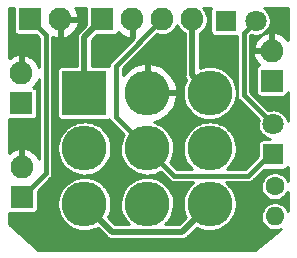
<source format=gtl>
G04 #@! TF.GenerationSoftware,KiCad,Pcbnew,(5.99.0-1105-g741783c6d)*
G04 #@! TF.CreationDate,2020-03-14T19:50:04+02:00*
G04 #@! TF.ProjectId,stomp-breakout,73746f6d-702d-4627-9265-616b6f75742e,rev?*
G04 #@! TF.SameCoordinates,Original*
G04 #@! TF.FileFunction,Copper,L1,Top*
G04 #@! TF.FilePolarity,Positive*
%FSLAX46Y46*%
G04 Gerber Fmt 4.6, Leading zero omitted, Abs format (unit mm)*
G04 Created by KiCad (PCBNEW (5.99.0-1105-g741783c6d)) date 2020-03-14 19:50:04*
%MOMM*%
%LPD*%
G01*
G04 APERTURE LIST*
G04 #@! TA.AperFunction,ComponentPad*
%ADD10C,1.800000*%
G04 #@! TD*
G04 #@! TA.AperFunction,ComponentPad*
%ADD11R,1.800000X1.800000*%
G04 #@! TD*
G04 #@! TA.AperFunction,ComponentPad*
%ADD12O,3.816000X3.816000*%
G04 #@! TD*
G04 #@! TA.AperFunction,ComponentPad*
%ADD13R,3.816000X3.816000*%
G04 #@! TD*
G04 #@! TA.AperFunction,ComponentPad*
%ADD14O,1.930400X1.930400*%
G04 #@! TD*
G04 #@! TA.AperFunction,ComponentPad*
%ADD15R,1.930400X1.930400*%
G04 #@! TD*
G04 #@! TA.AperFunction,ComponentPad*
%ADD16O,1.600000X1.600000*%
G04 #@! TD*
G04 #@! TA.AperFunction,ComponentPad*
%ADD17C,1.600000*%
G04 #@! TD*
G04 #@! TA.AperFunction,Conductor*
%ADD18C,0.508000*%
G04 #@! TD*
G04 #@! TA.AperFunction,Conductor*
%ADD19C,0.381000*%
G04 #@! TD*
G04 #@! TA.AperFunction,Conductor*
%ADD20C,0.254000*%
G04 #@! TD*
G04 APERTURE END LIST*
D10*
X156921200Y-83820000D03*
D11*
X154381200Y-83820000D03*
D12*
X153026400Y-99340400D03*
X153026400Y-94640400D03*
X153026400Y-89940400D03*
X147726400Y-99340400D03*
X147726400Y-94640400D03*
X147726400Y-89940400D03*
X142426400Y-99340400D03*
X142426400Y-94640400D03*
D13*
X142426400Y-89940400D03*
D14*
X137109200Y-96215200D03*
D15*
X137109200Y-98755200D03*
D14*
X140360400Y-83718400D03*
D15*
X137820400Y-83718400D03*
D14*
X151536400Y-83718400D03*
X148996400Y-83718400D03*
X146456400Y-83718400D03*
D15*
X143916400Y-83718400D03*
D16*
X158546800Y-100380800D03*
D17*
X158546800Y-97840800D03*
D10*
X158394400Y-92608400D03*
D11*
X158394400Y-95148400D03*
D15*
X137058400Y-90805000D03*
D14*
X137058400Y-88265000D03*
D15*
X158292800Y-88900000D03*
D14*
X158292800Y-86360000D03*
D18*
X142426400Y-85208400D02*
X143916400Y-83718400D01*
X142426400Y-89940400D02*
X142426400Y-85208400D01*
X151536400Y-88450400D02*
X153026400Y-89940400D01*
X151536400Y-83718400D02*
X151536400Y-88450400D01*
X150664399Y-101702401D02*
X153026400Y-99340400D01*
X144788401Y-101702401D02*
X150664399Y-101702401D01*
X142426400Y-99340400D02*
X144788401Y-101702401D01*
D19*
X150024901Y-96938901D02*
X147726400Y-94640400D01*
X156299099Y-96938901D02*
X150024901Y-96938901D01*
X158394400Y-94843600D02*
X156299099Y-96938901D01*
X155905200Y-84836000D02*
X156921200Y-83820000D01*
X155905200Y-90119200D02*
X155905200Y-84836000D01*
X158394400Y-92608400D02*
X155905200Y-90119200D01*
X145084800Y-87630000D02*
X148996400Y-83718400D01*
X145084800Y-91998800D02*
X145084800Y-87630000D01*
X147726400Y-94640400D02*
X145084800Y-91998800D01*
X139141200Y-85039200D02*
X137820400Y-83718400D01*
X139141200Y-96723200D02*
X139141200Y-85039200D01*
X137109200Y-98755200D02*
X139141200Y-96723200D01*
G36*
X142567437Y-82734690D02*
G01*
X142566224Y-82747010D01*
X142566224Y-84169138D01*
X141996315Y-84739047D01*
X141940256Y-84786086D01*
X141926085Y-84802975D01*
X141889499Y-84866343D01*
X141847517Y-84926299D01*
X141838199Y-84946283D01*
X141833743Y-84962915D01*
X141825135Y-84977824D01*
X141817594Y-84998542D01*
X141804885Y-85070616D01*
X141785945Y-85141303D01*
X141784024Y-85163265D01*
X141790401Y-85236166D01*
X141790400Y-87647424D01*
X140512210Y-87647424D01*
X140499890Y-87648637D01*
X140382542Y-87671979D01*
X140359611Y-87681477D01*
X140254956Y-87751405D01*
X140237405Y-87768956D01*
X140167477Y-87873611D01*
X140157979Y-87896542D01*
X140134637Y-88013890D01*
X140133424Y-88026210D01*
X140133424Y-91854590D01*
X140134637Y-91866910D01*
X140157979Y-91984258D01*
X140167477Y-92007189D01*
X140237405Y-92111844D01*
X140254956Y-92129395D01*
X140359611Y-92199323D01*
X140382542Y-92208821D01*
X140499890Y-92232163D01*
X140512210Y-92233376D01*
X144340590Y-92233376D01*
X144352910Y-92232163D01*
X144470258Y-92208821D01*
X144493189Y-92199323D01*
X144534017Y-92172043D01*
X144536584Y-92186601D01*
X144544124Y-92207316D01*
X144551317Y-92219777D01*
X144555041Y-92233671D01*
X144564357Y-92253650D01*
X144601493Y-92306686D01*
X144633877Y-92362778D01*
X144648049Y-92379668D01*
X144697669Y-92421304D01*
X145754742Y-93478377D01*
X145701888Y-93563622D01*
X145697873Y-93571204D01*
X145574483Y-93848342D01*
X145571535Y-93856399D01*
X145486898Y-94147719D01*
X145485070Y-94156102D01*
X145440754Y-94456212D01*
X145440081Y-94464766D01*
X145436904Y-94768114D01*
X145437398Y-94776680D01*
X145475420Y-95077653D01*
X145477072Y-95086072D01*
X145555589Y-95379101D01*
X145558368Y-95387218D01*
X145675927Y-95666879D01*
X145679782Y-95674544D01*
X145834207Y-95935663D01*
X145839067Y-95942734D01*
X146027501Y-96180479D01*
X146033276Y-96186824D01*
X146252232Y-96396797D01*
X146258814Y-96402301D01*
X146504242Y-96580614D01*
X146511510Y-96585173D01*
X146778866Y-96728528D01*
X146786686Y-96732059D01*
X147071025Y-96837804D01*
X147079251Y-96840241D01*
X147375310Y-96906418D01*
X147383792Y-96907716D01*
X147686092Y-96933101D01*
X147694671Y-96933236D01*
X147997621Y-96917359D01*
X148006139Y-96916328D01*
X148304130Y-96859483D01*
X148312429Y-96857306D01*
X148599950Y-96760544D01*
X148607877Y-96757261D01*
X148879604Y-96622374D01*
X148887011Y-96618046D01*
X148891416Y-96615052D01*
X149602404Y-97326040D01*
X149644033Y-97375652D01*
X149660922Y-97389823D01*
X149717007Y-97422204D01*
X149770050Y-97459344D01*
X149790030Y-97468661D01*
X149803925Y-97472384D01*
X149816382Y-97479576D01*
X149837098Y-97487116D01*
X149900866Y-97498361D01*
X149963422Y-97515123D01*
X149985385Y-97517044D01*
X150049891Y-97511401D01*
X151648912Y-97511401D01*
X151596034Y-97548152D01*
X151589338Y-97553516D01*
X151366033Y-97758857D01*
X151360127Y-97765080D01*
X151166755Y-97998826D01*
X151161748Y-98005794D01*
X151001888Y-98263622D01*
X150997873Y-98271204D01*
X150874483Y-98548342D01*
X150871535Y-98556399D01*
X150786898Y-98847719D01*
X150785070Y-98856102D01*
X150740754Y-99156212D01*
X150740081Y-99164766D01*
X150736904Y-99468114D01*
X150737398Y-99476680D01*
X150775420Y-99777653D01*
X150777072Y-99786072D01*
X150855589Y-100079101D01*
X150858368Y-100087218D01*
X150975927Y-100366879D01*
X150979782Y-100374544D01*
X151021788Y-100445572D01*
X150400960Y-101066401D01*
X149228892Y-101066401D01*
X149370114Y-100939245D01*
X149376085Y-100933083D01*
X149571895Y-100701374D01*
X149576975Y-100694459D01*
X149739526Y-100438319D01*
X149743620Y-100430779D01*
X149869905Y-100154949D01*
X149872937Y-100146923D01*
X149960619Y-99856505D01*
X149962535Y-99848142D01*
X150010043Y-99548186D01*
X150010817Y-99538977D01*
X150014474Y-99189706D01*
X150013894Y-99180484D01*
X149972678Y-98879600D01*
X149970938Y-98871198D01*
X149889357Y-98579008D01*
X149886493Y-98570921D01*
X149766012Y-98292505D01*
X149762077Y-98284881D01*
X149604926Y-98025393D01*
X149599992Y-98018374D01*
X149409079Y-97782615D01*
X149403238Y-97776330D01*
X149182095Y-97568662D01*
X149175455Y-97563228D01*
X148928174Y-97387494D01*
X148920858Y-97383011D01*
X148652014Y-97242463D01*
X148644158Y-97239014D01*
X148358729Y-97136254D01*
X148350477Y-97133903D01*
X148053741Y-97070829D01*
X148045246Y-97069621D01*
X147742697Y-97047403D01*
X147734117Y-97047358D01*
X147431350Y-97066406D01*
X147422843Y-97067526D01*
X147125464Y-97127489D01*
X147117188Y-97129753D01*
X146830697Y-97229519D01*
X146822804Y-97232886D01*
X146552505Y-97370611D01*
X146545143Y-97375017D01*
X146296034Y-97548152D01*
X146289338Y-97553516D01*
X146066033Y-97758857D01*
X146060127Y-97765080D01*
X145866755Y-97998826D01*
X145861748Y-98005794D01*
X145701888Y-98263622D01*
X145697873Y-98271204D01*
X145574483Y-98548342D01*
X145571535Y-98556399D01*
X145486898Y-98847719D01*
X145485070Y-98856102D01*
X145440754Y-99156212D01*
X145440081Y-99164766D01*
X145436904Y-99468114D01*
X145437398Y-99476680D01*
X145475420Y-99777653D01*
X145477072Y-99786072D01*
X145555589Y-100079101D01*
X145558368Y-100087218D01*
X145675927Y-100366879D01*
X145679782Y-100374544D01*
X145834207Y-100635663D01*
X145839067Y-100642734D01*
X146027501Y-100880479D01*
X146033276Y-100886824D01*
X146220536Y-101066401D01*
X145051841Y-101066401D01*
X144433404Y-100447965D01*
X144439526Y-100438319D01*
X144443620Y-100430779D01*
X144569905Y-100154949D01*
X144572937Y-100146923D01*
X144660619Y-99856505D01*
X144662535Y-99848142D01*
X144710043Y-99548186D01*
X144710817Y-99538977D01*
X144714474Y-99189706D01*
X144713894Y-99180484D01*
X144672678Y-98879600D01*
X144670938Y-98871198D01*
X144589357Y-98579008D01*
X144586493Y-98570921D01*
X144466012Y-98292505D01*
X144462077Y-98284881D01*
X144304926Y-98025393D01*
X144299992Y-98018374D01*
X144109079Y-97782615D01*
X144103238Y-97776330D01*
X143882095Y-97568662D01*
X143875455Y-97563228D01*
X143628174Y-97387494D01*
X143620858Y-97383011D01*
X143352014Y-97242463D01*
X143344158Y-97239014D01*
X143058729Y-97136254D01*
X143050477Y-97133903D01*
X142753741Y-97070829D01*
X142745246Y-97069621D01*
X142442697Y-97047403D01*
X142434117Y-97047358D01*
X142131350Y-97066406D01*
X142122843Y-97067526D01*
X141825464Y-97127489D01*
X141817188Y-97129753D01*
X141530697Y-97229519D01*
X141522804Y-97232886D01*
X141252505Y-97370611D01*
X141245143Y-97375017D01*
X140996034Y-97548152D01*
X140989338Y-97553516D01*
X140766033Y-97758857D01*
X140760127Y-97765080D01*
X140566755Y-97998826D01*
X140561748Y-98005794D01*
X140401888Y-98263622D01*
X140397873Y-98271204D01*
X140274483Y-98548342D01*
X140271535Y-98556399D01*
X140186898Y-98847719D01*
X140185070Y-98856102D01*
X140140754Y-99156212D01*
X140140081Y-99164766D01*
X140136904Y-99468114D01*
X140137398Y-99476680D01*
X140175420Y-99777653D01*
X140177072Y-99786072D01*
X140255589Y-100079101D01*
X140258368Y-100087218D01*
X140375927Y-100366879D01*
X140379782Y-100374544D01*
X140534207Y-100635663D01*
X140539067Y-100642734D01*
X140727501Y-100880479D01*
X140733276Y-100886824D01*
X140952232Y-101096797D01*
X140958814Y-101102301D01*
X141204242Y-101280614D01*
X141211510Y-101285173D01*
X141478866Y-101428528D01*
X141486686Y-101432059D01*
X141771025Y-101537804D01*
X141779251Y-101540241D01*
X142075310Y-101606418D01*
X142083792Y-101607716D01*
X142386092Y-101633101D01*
X142394671Y-101633236D01*
X142697621Y-101617359D01*
X142706139Y-101616328D01*
X143004130Y-101559483D01*
X143012429Y-101557306D01*
X143299950Y-101460544D01*
X143307877Y-101457261D01*
X143532378Y-101345817D01*
X144319048Y-102132487D01*
X144366087Y-102188546D01*
X144382976Y-102202717D01*
X144446351Y-102239308D01*
X144506299Y-102281284D01*
X144526282Y-102290602D01*
X144542915Y-102295059D01*
X144557826Y-102303668D01*
X144578544Y-102311208D01*
X144650614Y-102323917D01*
X144721302Y-102342857D01*
X144743265Y-102344778D01*
X144816163Y-102338401D01*
X150636648Y-102338401D01*
X150709534Y-102344777D01*
X150731496Y-102342856D01*
X150802172Y-102323919D01*
X150874256Y-102311209D01*
X150894972Y-102303668D01*
X150909887Y-102295058D01*
X150926519Y-102290601D01*
X150946500Y-102281284D01*
X151006444Y-102239311D01*
X151069824Y-102202717D01*
X151086713Y-102188546D01*
X151133752Y-102132487D01*
X151921885Y-101344355D01*
X152078866Y-101428528D01*
X152086686Y-101432059D01*
X152371025Y-101537804D01*
X152379251Y-101540241D01*
X152675310Y-101606418D01*
X152683792Y-101607716D01*
X152986092Y-101633101D01*
X152994671Y-101633236D01*
X153297621Y-101617359D01*
X153306139Y-101616328D01*
X153604130Y-101559483D01*
X153612429Y-101557306D01*
X153899950Y-101460544D01*
X153907877Y-101457261D01*
X154179604Y-101322374D01*
X154187011Y-101318045D01*
X154437919Y-101147529D01*
X154444670Y-101142235D01*
X154670114Y-100939245D01*
X154676085Y-100933083D01*
X154871895Y-100701374D01*
X154876975Y-100694459D01*
X155039526Y-100438319D01*
X155043620Y-100430779D01*
X155169905Y-100154949D01*
X155172937Y-100146923D01*
X155260619Y-99856505D01*
X155262535Y-99848142D01*
X155310043Y-99548186D01*
X155310817Y-99538977D01*
X155314474Y-99189706D01*
X155313894Y-99180484D01*
X155272678Y-98879600D01*
X155270938Y-98871198D01*
X155189357Y-98579008D01*
X155186493Y-98570921D01*
X155066012Y-98292505D01*
X155062077Y-98284881D01*
X154904926Y-98025393D01*
X154899992Y-98018374D01*
X154709079Y-97782615D01*
X154703238Y-97776330D01*
X154482095Y-97568662D01*
X154475455Y-97563228D01*
X154402528Y-97511401D01*
X156274108Y-97511401D01*
X156338614Y-97517044D01*
X156360578Y-97515123D01*
X156423124Y-97498362D01*
X156486902Y-97487117D01*
X156507620Y-97479576D01*
X156520077Y-97472384D01*
X156533967Y-97468662D01*
X156553949Y-97459344D01*
X156606981Y-97422211D01*
X156663077Y-97389824D01*
X156679967Y-97375652D01*
X156721603Y-97326032D01*
X157614259Y-96433376D01*
X159300590Y-96433376D01*
X159312910Y-96432163D01*
X159430258Y-96408821D01*
X159453189Y-96399323D01*
X159557844Y-96329395D01*
X159575395Y-96311844D01*
X159640001Y-96215154D01*
X159640001Y-97396447D01*
X159596074Y-97289871D01*
X159590287Y-97278989D01*
X159469081Y-97096558D01*
X159461291Y-97087007D01*
X159306959Y-96931593D01*
X159297462Y-96923737D01*
X159115882Y-96801260D01*
X159105041Y-96795398D01*
X158903130Y-96710523D01*
X158891356Y-96706879D01*
X158676805Y-96662837D01*
X158664548Y-96661549D01*
X158445528Y-96660020D01*
X158433254Y-96661137D01*
X158218109Y-96702179D01*
X158206285Y-96705658D01*
X158003210Y-96787706D01*
X157992288Y-96793416D01*
X157809016Y-96913346D01*
X157799411Y-96921069D01*
X157642923Y-97074312D01*
X157635000Y-97083753D01*
X157511258Y-97264474D01*
X157505320Y-97275274D01*
X157419038Y-97476588D01*
X157415312Y-97488335D01*
X157369773Y-97702574D01*
X157368399Y-97714822D01*
X157365341Y-97933826D01*
X157366373Y-97946108D01*
X157405912Y-98161534D01*
X157409309Y-98173381D01*
X157489937Y-98377025D01*
X157495570Y-98387987D01*
X157614218Y-98572092D01*
X157621874Y-98581751D01*
X157774021Y-98739304D01*
X157783407Y-98747292D01*
X157963258Y-98872293D01*
X157974017Y-98878306D01*
X158174723Y-98965992D01*
X158186445Y-98969800D01*
X158400360Y-99016833D01*
X158412598Y-99018292D01*
X158631575Y-99022879D01*
X158643864Y-99021934D01*
X158859561Y-98983901D01*
X158871432Y-98980586D01*
X159075634Y-98901381D01*
X159086635Y-98895824D01*
X159271563Y-98778464D01*
X159281275Y-98770877D01*
X159439888Y-98619833D01*
X159447941Y-98610503D01*
X159574194Y-98431528D01*
X159580281Y-98420812D01*
X159640001Y-98286680D01*
X159640001Y-99936447D01*
X159596074Y-99829871D01*
X159590287Y-99818989D01*
X159469081Y-99636558D01*
X159461291Y-99627007D01*
X159306959Y-99471593D01*
X159297462Y-99463737D01*
X159115882Y-99341260D01*
X159105041Y-99335398D01*
X158903130Y-99250523D01*
X158891356Y-99246879D01*
X158676805Y-99202837D01*
X158664548Y-99201549D01*
X158445528Y-99200020D01*
X158433254Y-99201137D01*
X158218109Y-99242179D01*
X158206285Y-99245658D01*
X158003210Y-99327706D01*
X157992288Y-99333416D01*
X157809016Y-99453346D01*
X157799411Y-99461069D01*
X157642923Y-99614312D01*
X157635000Y-99623753D01*
X157511258Y-99804474D01*
X157505320Y-99815274D01*
X157419038Y-100016588D01*
X157415312Y-100028335D01*
X157369773Y-100242574D01*
X157368399Y-100254822D01*
X157365341Y-100473826D01*
X157366373Y-100486108D01*
X157405912Y-100701534D01*
X157409309Y-100713381D01*
X157489937Y-100917025D01*
X157495570Y-100927987D01*
X157614218Y-101112092D01*
X157621874Y-101121751D01*
X157774021Y-101279304D01*
X157783407Y-101287292D01*
X157963258Y-101412293D01*
X157974017Y-101418306D01*
X158174723Y-101505992D01*
X158186445Y-101509800D01*
X158400360Y-101556833D01*
X158412598Y-101558292D01*
X158631575Y-101562879D01*
X158643864Y-101561934D01*
X158859561Y-101523901D01*
X158871432Y-101520586D01*
X159028284Y-101459747D01*
X156887749Y-103201200D01*
X138523421Y-103201200D01*
X136066800Y-101022688D01*
X136066800Y-100092489D01*
X136125490Y-100104163D01*
X136137810Y-100105376D01*
X138080590Y-100105376D01*
X138092910Y-100104163D01*
X138210258Y-100080821D01*
X138233189Y-100071323D01*
X138337844Y-100001395D01*
X138355395Y-99983844D01*
X138425323Y-99879189D01*
X138434821Y-99856258D01*
X138458163Y-99738910D01*
X138459376Y-99726590D01*
X138459376Y-98214659D01*
X139528346Y-97145690D01*
X139577950Y-97104068D01*
X139592122Y-97087179D01*
X139624503Y-97031094D01*
X139661643Y-96978051D01*
X139670960Y-96958071D01*
X139674683Y-96944176D01*
X139681875Y-96931719D01*
X139689415Y-96911003D01*
X139700660Y-96847235D01*
X139717422Y-96784679D01*
X139719343Y-96762716D01*
X139713700Y-96698210D01*
X139713700Y-94768114D01*
X140136904Y-94768114D01*
X140137398Y-94776680D01*
X140175420Y-95077653D01*
X140177072Y-95086072D01*
X140255589Y-95379101D01*
X140258368Y-95387218D01*
X140375927Y-95666879D01*
X140379782Y-95674544D01*
X140534207Y-95935663D01*
X140539067Y-95942734D01*
X140727501Y-96180479D01*
X140733276Y-96186824D01*
X140952232Y-96396797D01*
X140958814Y-96402301D01*
X141204242Y-96580614D01*
X141211510Y-96585173D01*
X141478866Y-96728528D01*
X141486686Y-96732059D01*
X141771025Y-96837804D01*
X141779251Y-96840241D01*
X142075310Y-96906418D01*
X142083792Y-96907716D01*
X142386092Y-96933101D01*
X142394671Y-96933236D01*
X142697621Y-96917359D01*
X142706139Y-96916328D01*
X143004130Y-96859483D01*
X143012429Y-96857306D01*
X143299950Y-96760544D01*
X143307877Y-96757261D01*
X143579604Y-96622374D01*
X143587011Y-96618045D01*
X143837919Y-96447529D01*
X143844670Y-96442235D01*
X144070114Y-96239245D01*
X144076085Y-96233083D01*
X144271895Y-96001374D01*
X144276975Y-95994459D01*
X144439526Y-95738319D01*
X144443620Y-95730779D01*
X144569905Y-95454949D01*
X144572937Y-95446923D01*
X144660619Y-95156505D01*
X144662535Y-95148142D01*
X144710043Y-94848186D01*
X144710817Y-94838977D01*
X144714474Y-94489706D01*
X144713894Y-94480484D01*
X144672678Y-94179600D01*
X144670938Y-94171198D01*
X144589357Y-93879008D01*
X144586493Y-93870921D01*
X144466012Y-93592505D01*
X144462077Y-93584881D01*
X144304926Y-93325393D01*
X144299992Y-93318374D01*
X144109079Y-93082615D01*
X144103238Y-93076330D01*
X143882095Y-92868662D01*
X143875455Y-92863228D01*
X143628174Y-92687494D01*
X143620858Y-92683011D01*
X143352014Y-92542463D01*
X143344158Y-92539014D01*
X143058729Y-92436254D01*
X143050477Y-92433903D01*
X142753741Y-92370829D01*
X142745246Y-92369621D01*
X142442697Y-92347403D01*
X142434117Y-92347358D01*
X142131350Y-92366406D01*
X142122843Y-92367526D01*
X141825464Y-92427489D01*
X141817188Y-92429753D01*
X141530697Y-92529519D01*
X141522804Y-92532886D01*
X141252505Y-92670611D01*
X141245143Y-92675017D01*
X140996034Y-92848152D01*
X140989338Y-92853516D01*
X140766033Y-93058857D01*
X140760127Y-93065080D01*
X140566755Y-93298826D01*
X140561748Y-93305794D01*
X140401888Y-93563622D01*
X140397873Y-93571204D01*
X140274483Y-93848342D01*
X140271535Y-93856399D01*
X140186898Y-94147719D01*
X140185070Y-94156102D01*
X140140754Y-94456212D01*
X140140081Y-94464766D01*
X140136904Y-94768114D01*
X139713700Y-94768114D01*
X139713700Y-85181917D01*
X139783273Y-85215251D01*
X139792935Y-85218940D01*
X140035498Y-85289412D01*
X140045632Y-85291473D01*
X140147709Y-85303646D01*
X140232400Y-85228454D01*
X140232400Y-83920209D01*
X140488400Y-83920209D01*
X140488400Y-85230701D01*
X140581812Y-85306344D01*
X140816445Y-85256470D01*
X140826350Y-85253499D01*
X141061528Y-85161333D01*
X141070815Y-85156784D01*
X141287782Y-85027446D01*
X141296201Y-85021441D01*
X141489130Y-84858403D01*
X141496455Y-84851103D01*
X141660166Y-84658744D01*
X141666201Y-84650346D01*
X141796295Y-84433831D01*
X141800877Y-84424561D01*
X141893863Y-84189706D01*
X141896870Y-84179811D01*
X141948685Y-83940153D01*
X141873036Y-83846400D01*
X140562209Y-83846400D01*
X140488400Y-83920209D01*
X140232400Y-83920209D01*
X140232400Y-83590400D01*
X141870034Y-83590400D01*
X141945519Y-83501391D01*
X141917574Y-83332596D01*
X141915055Y-83322566D01*
X141833653Y-83083450D01*
X141829530Y-83073966D01*
X141710167Y-82851355D01*
X141704549Y-82842671D01*
X141615316Y-82726800D01*
X142569006Y-82726800D01*
X142567437Y-82734690D01*
G37*
D20*
X142567437Y-82734690D02*
X142566224Y-82747010D01*
X142566224Y-84169138D01*
X141996315Y-84739047D01*
X141940256Y-84786086D01*
X141926085Y-84802975D01*
X141889499Y-84866343D01*
X141847517Y-84926299D01*
X141838199Y-84946283D01*
X141833743Y-84962915D01*
X141825135Y-84977824D01*
X141817594Y-84998542D01*
X141804885Y-85070616D01*
X141785945Y-85141303D01*
X141784024Y-85163265D01*
X141790401Y-85236166D01*
X141790400Y-87647424D01*
X140512210Y-87647424D01*
X140499890Y-87648637D01*
X140382542Y-87671979D01*
X140359611Y-87681477D01*
X140254956Y-87751405D01*
X140237405Y-87768956D01*
X140167477Y-87873611D01*
X140157979Y-87896542D01*
X140134637Y-88013890D01*
X140133424Y-88026210D01*
X140133424Y-91854590D01*
X140134637Y-91866910D01*
X140157979Y-91984258D01*
X140167477Y-92007189D01*
X140237405Y-92111844D01*
X140254956Y-92129395D01*
X140359611Y-92199323D01*
X140382542Y-92208821D01*
X140499890Y-92232163D01*
X140512210Y-92233376D01*
X144340590Y-92233376D01*
X144352910Y-92232163D01*
X144470258Y-92208821D01*
X144493189Y-92199323D01*
X144534017Y-92172043D01*
X144536584Y-92186601D01*
X144544124Y-92207316D01*
X144551317Y-92219777D01*
X144555041Y-92233671D01*
X144564357Y-92253650D01*
X144601493Y-92306686D01*
X144633877Y-92362778D01*
X144648049Y-92379668D01*
X144697669Y-92421304D01*
X145754742Y-93478377D01*
X145701888Y-93563622D01*
X145697873Y-93571204D01*
X145574483Y-93848342D01*
X145571535Y-93856399D01*
X145486898Y-94147719D01*
X145485070Y-94156102D01*
X145440754Y-94456212D01*
X145440081Y-94464766D01*
X145436904Y-94768114D01*
X145437398Y-94776680D01*
X145475420Y-95077653D01*
X145477072Y-95086072D01*
X145555589Y-95379101D01*
X145558368Y-95387218D01*
X145675927Y-95666879D01*
X145679782Y-95674544D01*
X145834207Y-95935663D01*
X145839067Y-95942734D01*
X146027501Y-96180479D01*
X146033276Y-96186824D01*
X146252232Y-96396797D01*
X146258814Y-96402301D01*
X146504242Y-96580614D01*
X146511510Y-96585173D01*
X146778866Y-96728528D01*
X146786686Y-96732059D01*
X147071025Y-96837804D01*
X147079251Y-96840241D01*
X147375310Y-96906418D01*
X147383792Y-96907716D01*
X147686092Y-96933101D01*
X147694671Y-96933236D01*
X147997621Y-96917359D01*
X148006139Y-96916328D01*
X148304130Y-96859483D01*
X148312429Y-96857306D01*
X148599950Y-96760544D01*
X148607877Y-96757261D01*
X148879604Y-96622374D01*
X148887011Y-96618046D01*
X148891416Y-96615052D01*
X149602404Y-97326040D01*
X149644033Y-97375652D01*
X149660922Y-97389823D01*
X149717007Y-97422204D01*
X149770050Y-97459344D01*
X149790030Y-97468661D01*
X149803925Y-97472384D01*
X149816382Y-97479576D01*
X149837098Y-97487116D01*
X149900866Y-97498361D01*
X149963422Y-97515123D01*
X149985385Y-97517044D01*
X150049891Y-97511401D01*
X151648912Y-97511401D01*
X151596034Y-97548152D01*
X151589338Y-97553516D01*
X151366033Y-97758857D01*
X151360127Y-97765080D01*
X151166755Y-97998826D01*
X151161748Y-98005794D01*
X151001888Y-98263622D01*
X150997873Y-98271204D01*
X150874483Y-98548342D01*
X150871535Y-98556399D01*
X150786898Y-98847719D01*
X150785070Y-98856102D01*
X150740754Y-99156212D01*
X150740081Y-99164766D01*
X150736904Y-99468114D01*
X150737398Y-99476680D01*
X150775420Y-99777653D01*
X150777072Y-99786072D01*
X150855589Y-100079101D01*
X150858368Y-100087218D01*
X150975927Y-100366879D01*
X150979782Y-100374544D01*
X151021788Y-100445572D01*
X150400960Y-101066401D01*
X149228892Y-101066401D01*
X149370114Y-100939245D01*
X149376085Y-100933083D01*
X149571895Y-100701374D01*
X149576975Y-100694459D01*
X149739526Y-100438319D01*
X149743620Y-100430779D01*
X149869905Y-100154949D01*
X149872937Y-100146923D01*
X149960619Y-99856505D01*
X149962535Y-99848142D01*
X150010043Y-99548186D01*
X150010817Y-99538977D01*
X150014474Y-99189706D01*
X150013894Y-99180484D01*
X149972678Y-98879600D01*
X149970938Y-98871198D01*
X149889357Y-98579008D01*
X149886493Y-98570921D01*
X149766012Y-98292505D01*
X149762077Y-98284881D01*
X149604926Y-98025393D01*
X149599992Y-98018374D01*
X149409079Y-97782615D01*
X149403238Y-97776330D01*
X149182095Y-97568662D01*
X149175455Y-97563228D01*
X148928174Y-97387494D01*
X148920858Y-97383011D01*
X148652014Y-97242463D01*
X148644158Y-97239014D01*
X148358729Y-97136254D01*
X148350477Y-97133903D01*
X148053741Y-97070829D01*
X148045246Y-97069621D01*
X147742697Y-97047403D01*
X147734117Y-97047358D01*
X147431350Y-97066406D01*
X147422843Y-97067526D01*
X147125464Y-97127489D01*
X147117188Y-97129753D01*
X146830697Y-97229519D01*
X146822804Y-97232886D01*
X146552505Y-97370611D01*
X146545143Y-97375017D01*
X146296034Y-97548152D01*
X146289338Y-97553516D01*
X146066033Y-97758857D01*
X146060127Y-97765080D01*
X145866755Y-97998826D01*
X145861748Y-98005794D01*
X145701888Y-98263622D01*
X145697873Y-98271204D01*
X145574483Y-98548342D01*
X145571535Y-98556399D01*
X145486898Y-98847719D01*
X145485070Y-98856102D01*
X145440754Y-99156212D01*
X145440081Y-99164766D01*
X145436904Y-99468114D01*
X145437398Y-99476680D01*
X145475420Y-99777653D01*
X145477072Y-99786072D01*
X145555589Y-100079101D01*
X145558368Y-100087218D01*
X145675927Y-100366879D01*
X145679782Y-100374544D01*
X145834207Y-100635663D01*
X145839067Y-100642734D01*
X146027501Y-100880479D01*
X146033276Y-100886824D01*
X146220536Y-101066401D01*
X145051841Y-101066401D01*
X144433404Y-100447965D01*
X144439526Y-100438319D01*
X144443620Y-100430779D01*
X144569905Y-100154949D01*
X144572937Y-100146923D01*
X144660619Y-99856505D01*
X144662535Y-99848142D01*
X144710043Y-99548186D01*
X144710817Y-99538977D01*
X144714474Y-99189706D01*
X144713894Y-99180484D01*
X144672678Y-98879600D01*
X144670938Y-98871198D01*
X144589357Y-98579008D01*
X144586493Y-98570921D01*
X144466012Y-98292505D01*
X144462077Y-98284881D01*
X144304926Y-98025393D01*
X144299992Y-98018374D01*
X144109079Y-97782615D01*
X144103238Y-97776330D01*
X143882095Y-97568662D01*
X143875455Y-97563228D01*
X143628174Y-97387494D01*
X143620858Y-97383011D01*
X143352014Y-97242463D01*
X143344158Y-97239014D01*
X143058729Y-97136254D01*
X143050477Y-97133903D01*
X142753741Y-97070829D01*
X142745246Y-97069621D01*
X142442697Y-97047403D01*
X142434117Y-97047358D01*
X142131350Y-97066406D01*
X142122843Y-97067526D01*
X141825464Y-97127489D01*
X141817188Y-97129753D01*
X141530697Y-97229519D01*
X141522804Y-97232886D01*
X141252505Y-97370611D01*
X141245143Y-97375017D01*
X140996034Y-97548152D01*
X140989338Y-97553516D01*
X140766033Y-97758857D01*
X140760127Y-97765080D01*
X140566755Y-97998826D01*
X140561748Y-98005794D01*
X140401888Y-98263622D01*
X140397873Y-98271204D01*
X140274483Y-98548342D01*
X140271535Y-98556399D01*
X140186898Y-98847719D01*
X140185070Y-98856102D01*
X140140754Y-99156212D01*
X140140081Y-99164766D01*
X140136904Y-99468114D01*
X140137398Y-99476680D01*
X140175420Y-99777653D01*
X140177072Y-99786072D01*
X140255589Y-100079101D01*
X140258368Y-100087218D01*
X140375927Y-100366879D01*
X140379782Y-100374544D01*
X140534207Y-100635663D01*
X140539067Y-100642734D01*
X140727501Y-100880479D01*
X140733276Y-100886824D01*
X140952232Y-101096797D01*
X140958814Y-101102301D01*
X141204242Y-101280614D01*
X141211510Y-101285173D01*
X141478866Y-101428528D01*
X141486686Y-101432059D01*
X141771025Y-101537804D01*
X141779251Y-101540241D01*
X142075310Y-101606418D01*
X142083792Y-101607716D01*
X142386092Y-101633101D01*
X142394671Y-101633236D01*
X142697621Y-101617359D01*
X142706139Y-101616328D01*
X143004130Y-101559483D01*
X143012429Y-101557306D01*
X143299950Y-101460544D01*
X143307877Y-101457261D01*
X143532378Y-101345817D01*
X144319048Y-102132487D01*
X144366087Y-102188546D01*
X144382976Y-102202717D01*
X144446351Y-102239308D01*
X144506299Y-102281284D01*
X144526282Y-102290602D01*
X144542915Y-102295059D01*
X144557826Y-102303668D01*
X144578544Y-102311208D01*
X144650614Y-102323917D01*
X144721302Y-102342857D01*
X144743265Y-102344778D01*
X144816163Y-102338401D01*
X150636648Y-102338401D01*
X150709534Y-102344777D01*
X150731496Y-102342856D01*
X150802172Y-102323919D01*
X150874256Y-102311209D01*
X150894972Y-102303668D01*
X150909887Y-102295058D01*
X150926519Y-102290601D01*
X150946500Y-102281284D01*
X151006444Y-102239311D01*
X151069824Y-102202717D01*
X151086713Y-102188546D01*
X151133752Y-102132487D01*
X151921885Y-101344355D01*
X152078866Y-101428528D01*
X152086686Y-101432059D01*
X152371025Y-101537804D01*
X152379251Y-101540241D01*
X152675310Y-101606418D01*
X152683792Y-101607716D01*
X152986092Y-101633101D01*
X152994671Y-101633236D01*
X153297621Y-101617359D01*
X153306139Y-101616328D01*
X153604130Y-101559483D01*
X153612429Y-101557306D01*
X153899950Y-101460544D01*
X153907877Y-101457261D01*
X154179604Y-101322374D01*
X154187011Y-101318045D01*
X154437919Y-101147529D01*
X154444670Y-101142235D01*
X154670114Y-100939245D01*
X154676085Y-100933083D01*
X154871895Y-100701374D01*
X154876975Y-100694459D01*
X155039526Y-100438319D01*
X155043620Y-100430779D01*
X155169905Y-100154949D01*
X155172937Y-100146923D01*
X155260619Y-99856505D01*
X155262535Y-99848142D01*
X155310043Y-99548186D01*
X155310817Y-99538977D01*
X155314474Y-99189706D01*
X155313894Y-99180484D01*
X155272678Y-98879600D01*
X155270938Y-98871198D01*
X155189357Y-98579008D01*
X155186493Y-98570921D01*
X155066012Y-98292505D01*
X155062077Y-98284881D01*
X154904926Y-98025393D01*
X154899992Y-98018374D01*
X154709079Y-97782615D01*
X154703238Y-97776330D01*
X154482095Y-97568662D01*
X154475455Y-97563228D01*
X154402528Y-97511401D01*
X156274108Y-97511401D01*
X156338614Y-97517044D01*
X156360578Y-97515123D01*
X156423124Y-97498362D01*
X156486902Y-97487117D01*
X156507620Y-97479576D01*
X156520077Y-97472384D01*
X156533967Y-97468662D01*
X156553949Y-97459344D01*
X156606981Y-97422211D01*
X156663077Y-97389824D01*
X156679967Y-97375652D01*
X156721603Y-97326032D01*
X157614259Y-96433376D01*
X159300590Y-96433376D01*
X159312910Y-96432163D01*
X159430258Y-96408821D01*
X159453189Y-96399323D01*
X159557844Y-96329395D01*
X159575395Y-96311844D01*
X159640001Y-96215154D01*
X159640001Y-97396447D01*
X159596074Y-97289871D01*
X159590287Y-97278989D01*
X159469081Y-97096558D01*
X159461291Y-97087007D01*
X159306959Y-96931593D01*
X159297462Y-96923737D01*
X159115882Y-96801260D01*
X159105041Y-96795398D01*
X158903130Y-96710523D01*
X158891356Y-96706879D01*
X158676805Y-96662837D01*
X158664548Y-96661549D01*
X158445528Y-96660020D01*
X158433254Y-96661137D01*
X158218109Y-96702179D01*
X158206285Y-96705658D01*
X158003210Y-96787706D01*
X157992288Y-96793416D01*
X157809016Y-96913346D01*
X157799411Y-96921069D01*
X157642923Y-97074312D01*
X157635000Y-97083753D01*
X157511258Y-97264474D01*
X157505320Y-97275274D01*
X157419038Y-97476588D01*
X157415312Y-97488335D01*
X157369773Y-97702574D01*
X157368399Y-97714822D01*
X157365341Y-97933826D01*
X157366373Y-97946108D01*
X157405912Y-98161534D01*
X157409309Y-98173381D01*
X157489937Y-98377025D01*
X157495570Y-98387987D01*
X157614218Y-98572092D01*
X157621874Y-98581751D01*
X157774021Y-98739304D01*
X157783407Y-98747292D01*
X157963258Y-98872293D01*
X157974017Y-98878306D01*
X158174723Y-98965992D01*
X158186445Y-98969800D01*
X158400360Y-99016833D01*
X158412598Y-99018292D01*
X158631575Y-99022879D01*
X158643864Y-99021934D01*
X158859561Y-98983901D01*
X158871432Y-98980586D01*
X159075634Y-98901381D01*
X159086635Y-98895824D01*
X159271563Y-98778464D01*
X159281275Y-98770877D01*
X159439888Y-98619833D01*
X159447941Y-98610503D01*
X159574194Y-98431528D01*
X159580281Y-98420812D01*
X159640001Y-98286680D01*
X159640001Y-99936447D01*
X159596074Y-99829871D01*
X159590287Y-99818989D01*
X159469081Y-99636558D01*
X159461291Y-99627007D01*
X159306959Y-99471593D01*
X159297462Y-99463737D01*
X159115882Y-99341260D01*
X159105041Y-99335398D01*
X158903130Y-99250523D01*
X158891356Y-99246879D01*
X158676805Y-99202837D01*
X158664548Y-99201549D01*
X158445528Y-99200020D01*
X158433254Y-99201137D01*
X158218109Y-99242179D01*
X158206285Y-99245658D01*
X158003210Y-99327706D01*
X157992288Y-99333416D01*
X157809016Y-99453346D01*
X157799411Y-99461069D01*
X157642923Y-99614312D01*
X157635000Y-99623753D01*
X157511258Y-99804474D01*
X157505320Y-99815274D01*
X157419038Y-100016588D01*
X157415312Y-100028335D01*
X157369773Y-100242574D01*
X157368399Y-100254822D01*
X157365341Y-100473826D01*
X157366373Y-100486108D01*
X157405912Y-100701534D01*
X157409309Y-100713381D01*
X157489937Y-100917025D01*
X157495570Y-100927987D01*
X157614218Y-101112092D01*
X157621874Y-101121751D01*
X157774021Y-101279304D01*
X157783407Y-101287292D01*
X157963258Y-101412293D01*
X157974017Y-101418306D01*
X158174723Y-101505992D01*
X158186445Y-101509800D01*
X158400360Y-101556833D01*
X158412598Y-101558292D01*
X158631575Y-101562879D01*
X158643864Y-101561934D01*
X158859561Y-101523901D01*
X158871432Y-101520586D01*
X159028284Y-101459747D01*
X156887749Y-103201200D01*
X138523421Y-103201200D01*
X136066800Y-101022688D01*
X136066800Y-100092489D01*
X136125490Y-100104163D01*
X136137810Y-100105376D01*
X138080590Y-100105376D01*
X138092910Y-100104163D01*
X138210258Y-100080821D01*
X138233189Y-100071323D01*
X138337844Y-100001395D01*
X138355395Y-99983844D01*
X138425323Y-99879189D01*
X138434821Y-99856258D01*
X138458163Y-99738910D01*
X138459376Y-99726590D01*
X138459376Y-98214659D01*
X139528346Y-97145690D01*
X139577950Y-97104068D01*
X139592122Y-97087179D01*
X139624503Y-97031094D01*
X139661643Y-96978051D01*
X139670960Y-96958071D01*
X139674683Y-96944176D01*
X139681875Y-96931719D01*
X139689415Y-96911003D01*
X139700660Y-96847235D01*
X139717422Y-96784679D01*
X139719343Y-96762716D01*
X139713700Y-96698210D01*
X139713700Y-94768114D01*
X140136904Y-94768114D01*
X140137398Y-94776680D01*
X140175420Y-95077653D01*
X140177072Y-95086072D01*
X140255589Y-95379101D01*
X140258368Y-95387218D01*
X140375927Y-95666879D01*
X140379782Y-95674544D01*
X140534207Y-95935663D01*
X140539067Y-95942734D01*
X140727501Y-96180479D01*
X140733276Y-96186824D01*
X140952232Y-96396797D01*
X140958814Y-96402301D01*
X141204242Y-96580614D01*
X141211510Y-96585173D01*
X141478866Y-96728528D01*
X141486686Y-96732059D01*
X141771025Y-96837804D01*
X141779251Y-96840241D01*
X142075310Y-96906418D01*
X142083792Y-96907716D01*
X142386092Y-96933101D01*
X142394671Y-96933236D01*
X142697621Y-96917359D01*
X142706139Y-96916328D01*
X143004130Y-96859483D01*
X143012429Y-96857306D01*
X143299950Y-96760544D01*
X143307877Y-96757261D01*
X143579604Y-96622374D01*
X143587011Y-96618045D01*
X143837919Y-96447529D01*
X143844670Y-96442235D01*
X144070114Y-96239245D01*
X144076085Y-96233083D01*
X144271895Y-96001374D01*
X144276975Y-95994459D01*
X144439526Y-95738319D01*
X144443620Y-95730779D01*
X144569905Y-95454949D01*
X144572937Y-95446923D01*
X144660619Y-95156505D01*
X144662535Y-95148142D01*
X144710043Y-94848186D01*
X144710817Y-94838977D01*
X144714474Y-94489706D01*
X144713894Y-94480484D01*
X144672678Y-94179600D01*
X144670938Y-94171198D01*
X144589357Y-93879008D01*
X144586493Y-93870921D01*
X144466012Y-93592505D01*
X144462077Y-93584881D01*
X144304926Y-93325393D01*
X144299992Y-93318374D01*
X144109079Y-93082615D01*
X144103238Y-93076330D01*
X143882095Y-92868662D01*
X143875455Y-92863228D01*
X143628174Y-92687494D01*
X143620858Y-92683011D01*
X143352014Y-92542463D01*
X143344158Y-92539014D01*
X143058729Y-92436254D01*
X143050477Y-92433903D01*
X142753741Y-92370829D01*
X142745246Y-92369621D01*
X142442697Y-92347403D01*
X142434117Y-92347358D01*
X142131350Y-92366406D01*
X142122843Y-92367526D01*
X141825464Y-92427489D01*
X141817188Y-92429753D01*
X141530697Y-92529519D01*
X141522804Y-92532886D01*
X141252505Y-92670611D01*
X141245143Y-92675017D01*
X140996034Y-92848152D01*
X140989338Y-92853516D01*
X140766033Y-93058857D01*
X140760127Y-93065080D01*
X140566755Y-93298826D01*
X140561748Y-93305794D01*
X140401888Y-93563622D01*
X140397873Y-93571204D01*
X140274483Y-93848342D01*
X140271535Y-93856399D01*
X140186898Y-94147719D01*
X140185070Y-94156102D01*
X140140754Y-94456212D01*
X140140081Y-94464766D01*
X140136904Y-94768114D01*
X139713700Y-94768114D01*
X139713700Y-85181917D01*
X139783273Y-85215251D01*
X139792935Y-85218940D01*
X140035498Y-85289412D01*
X140045632Y-85291473D01*
X140147709Y-85303646D01*
X140232400Y-85228454D01*
X140232400Y-83920209D01*
X140488400Y-83920209D01*
X140488400Y-85230701D01*
X140581812Y-85306344D01*
X140816445Y-85256470D01*
X140826350Y-85253499D01*
X141061528Y-85161333D01*
X141070815Y-85156784D01*
X141287782Y-85027446D01*
X141296201Y-85021441D01*
X141489130Y-84858403D01*
X141496455Y-84851103D01*
X141660166Y-84658744D01*
X141666201Y-84650346D01*
X141796295Y-84433831D01*
X141800877Y-84424561D01*
X141893863Y-84189706D01*
X141896870Y-84179811D01*
X141948685Y-83940153D01*
X141873036Y-83846400D01*
X140562209Y-83846400D01*
X140488400Y-83920209D01*
X140232400Y-83920209D01*
X140232400Y-83590400D01*
X141870034Y-83590400D01*
X141945519Y-83501391D01*
X141917574Y-83332596D01*
X141915055Y-83322566D01*
X141833653Y-83083450D01*
X141829530Y-83073966D01*
X141710167Y-82851355D01*
X141704549Y-82842671D01*
X141615316Y-82726800D01*
X142569006Y-82726800D01*
X142567437Y-82734690D01*
G36*
X153130277Y-82761211D02*
G01*
X153120779Y-82784142D01*
X153097437Y-82901490D01*
X153096224Y-82913810D01*
X153096224Y-84726190D01*
X153097437Y-84738510D01*
X153120779Y-84855858D01*
X153130277Y-84878789D01*
X153200205Y-84983444D01*
X153217756Y-85000995D01*
X153322411Y-85070923D01*
X153345342Y-85080421D01*
X153462690Y-85103763D01*
X153475010Y-85104976D01*
X155287390Y-85104976D01*
X155299710Y-85103763D01*
X155332701Y-85097201D01*
X155332700Y-90094209D01*
X155327057Y-90158715D01*
X155328978Y-90180678D01*
X155345739Y-90243233D01*
X155356984Y-90307001D01*
X155364524Y-90327716D01*
X155371717Y-90340177D01*
X155375441Y-90354071D01*
X155384757Y-90374050D01*
X155421893Y-90427086D01*
X155454277Y-90483178D01*
X155468449Y-90500068D01*
X155518069Y-90541704D01*
X157177531Y-92201167D01*
X157168967Y-92221844D01*
X157165540Y-92232878D01*
X157119042Y-92451635D01*
X157117684Y-92463108D01*
X157111830Y-92686674D01*
X157112586Y-92698203D01*
X157147572Y-92919095D01*
X157150416Y-92930292D01*
X157225069Y-93141108D01*
X157229906Y-93151600D01*
X157341728Y-93345281D01*
X157348396Y-93354716D01*
X157493642Y-93524776D01*
X157501917Y-93532838D01*
X157675721Y-93673582D01*
X157685327Y-93680000D01*
X157881869Y-93786714D01*
X157892484Y-93791275D01*
X158105182Y-93860384D01*
X158116451Y-93862934D01*
X158120173Y-93863424D01*
X157488210Y-93863424D01*
X157475890Y-93864637D01*
X157358542Y-93887979D01*
X157335611Y-93897477D01*
X157230956Y-93967405D01*
X157213405Y-93984956D01*
X157143477Y-94089611D01*
X157133979Y-94112542D01*
X157110637Y-94229890D01*
X157109424Y-94242210D01*
X157109424Y-95318940D01*
X156061964Y-96366401D01*
X154528892Y-96366401D01*
X154670114Y-96239245D01*
X154676085Y-96233083D01*
X154871895Y-96001374D01*
X154876975Y-95994459D01*
X155039526Y-95738319D01*
X155043620Y-95730779D01*
X155169905Y-95454949D01*
X155172937Y-95446923D01*
X155260619Y-95156505D01*
X155262535Y-95148142D01*
X155310043Y-94848186D01*
X155310817Y-94838977D01*
X155314474Y-94489706D01*
X155313894Y-94480484D01*
X155272678Y-94179600D01*
X155270938Y-94171198D01*
X155189357Y-93879008D01*
X155186493Y-93870921D01*
X155066012Y-93592505D01*
X155062077Y-93584881D01*
X154904926Y-93325393D01*
X154899992Y-93318374D01*
X154709079Y-93082615D01*
X154703238Y-93076330D01*
X154482095Y-92868662D01*
X154475455Y-92863228D01*
X154228174Y-92687494D01*
X154220858Y-92683011D01*
X153952014Y-92542463D01*
X153944158Y-92539014D01*
X153658729Y-92436254D01*
X153650477Y-92433903D01*
X153353741Y-92370829D01*
X153345246Y-92369621D01*
X153042697Y-92347403D01*
X153034117Y-92347358D01*
X152731350Y-92366406D01*
X152722843Y-92367526D01*
X152425464Y-92427489D01*
X152417188Y-92429753D01*
X152130697Y-92529519D01*
X152122804Y-92532886D01*
X151852505Y-92670611D01*
X151845143Y-92675017D01*
X151596034Y-92848152D01*
X151589338Y-92853516D01*
X151366033Y-93058857D01*
X151360127Y-93065080D01*
X151166755Y-93298826D01*
X151161748Y-93305794D01*
X151001888Y-93563622D01*
X150997873Y-93571204D01*
X150874483Y-93848342D01*
X150871535Y-93856399D01*
X150786898Y-94147719D01*
X150785070Y-94156102D01*
X150740754Y-94456212D01*
X150740081Y-94464766D01*
X150736904Y-94768114D01*
X150737398Y-94776680D01*
X150775420Y-95077653D01*
X150777072Y-95086072D01*
X150855589Y-95379101D01*
X150858368Y-95387218D01*
X150975927Y-95666879D01*
X150979782Y-95674544D01*
X151134207Y-95935663D01*
X151139067Y-95942734D01*
X151327501Y-96180479D01*
X151333276Y-96186824D01*
X151520536Y-96366401D01*
X150262038Y-96366401D01*
X149698539Y-95802903D01*
X149739526Y-95738319D01*
X149743620Y-95730779D01*
X149869905Y-95454949D01*
X149872937Y-95446923D01*
X149960619Y-95156505D01*
X149962535Y-95148142D01*
X150010043Y-94848186D01*
X150010817Y-94838977D01*
X150014474Y-94489706D01*
X150013894Y-94480484D01*
X149972678Y-94179600D01*
X149970938Y-94171198D01*
X149889357Y-93879008D01*
X149886493Y-93870921D01*
X149766012Y-93592505D01*
X149762077Y-93584881D01*
X149604926Y-93325393D01*
X149599992Y-93318374D01*
X149409079Y-93082615D01*
X149403238Y-93076330D01*
X149182095Y-92868662D01*
X149175455Y-92863228D01*
X148928174Y-92687494D01*
X148920858Y-92683011D01*
X148652014Y-92542463D01*
X148644158Y-92539014D01*
X148358729Y-92436254D01*
X148350477Y-92433903D01*
X148289116Y-92420860D01*
X148524430Y-92359127D01*
X148532051Y-92356599D01*
X148825296Y-92238120D01*
X148832534Y-92234645D01*
X149108348Y-92079866D01*
X149115086Y-92075499D01*
X149368997Y-91886927D01*
X149375125Y-91881739D01*
X149603017Y-91662434D01*
X149608437Y-91656509D01*
X149806616Y-91410024D01*
X149811239Y-91403459D01*
X149976491Y-91133789D01*
X149980242Y-91126690D01*
X150109891Y-90838211D01*
X150112709Y-90830692D01*
X150204652Y-90528075D01*
X150206492Y-90520260D01*
X150267807Y-90157745D01*
X150192305Y-90068400D01*
X147928208Y-90068399D01*
X147928207Y-90068400D01*
X147598400Y-90068399D01*
X147598400Y-89738591D01*
X147854399Y-89738591D01*
X147928208Y-89812400D01*
X150186626Y-89812401D01*
X150261885Y-89726886D01*
X150227765Y-89460538D01*
X150226239Y-89452654D01*
X150146516Y-89146593D01*
X150144002Y-89138968D01*
X150026035Y-88845516D01*
X150022572Y-88838271D01*
X149868275Y-88562188D01*
X149863919Y-88555442D01*
X149675791Y-88301203D01*
X149670613Y-88295066D01*
X149451706Y-88066791D01*
X149445791Y-88061361D01*
X149199652Y-87862752D01*
X149193095Y-87858118D01*
X148923716Y-87692395D01*
X148916623Y-87688631D01*
X148628369Y-87558479D01*
X148620855Y-87555647D01*
X148318399Y-87463178D01*
X148310587Y-87461324D01*
X147998842Y-87408036D01*
X147990874Y-87407191D01*
X147932003Y-87404708D01*
X147854400Y-87479108D01*
X147854399Y-89738591D01*
X147598400Y-89738591D01*
X147598401Y-87481873D01*
X147516812Y-87406979D01*
X147351705Y-87421134D01*
X147343765Y-87422328D01*
X147034633Y-87489165D01*
X147026909Y-87491358D01*
X146728775Y-87596933D01*
X146721392Y-87600090D01*
X146439090Y-87742691D01*
X146432168Y-87746761D01*
X146170273Y-87924076D01*
X146163924Y-87928992D01*
X145926683Y-88138148D01*
X145921011Y-88143831D01*
X145712268Y-88381437D01*
X145707363Y-88387794D01*
X145657300Y-88462016D01*
X145657300Y-87867135D01*
X148536606Y-84987830D01*
X148537686Y-84988225D01*
X148758746Y-85047458D01*
X148769802Y-85049388D01*
X148997857Y-85068538D01*
X149009080Y-85068479D01*
X149236923Y-85046942D01*
X149247958Y-85044896D01*
X149468387Y-84983351D01*
X149478885Y-84979384D01*
X149684931Y-84879778D01*
X149694561Y-84874014D01*
X149879712Y-84739495D01*
X149888169Y-84732117D01*
X150046572Y-84566936D01*
X150053589Y-84558177D01*
X150180237Y-84367557D01*
X150185593Y-84357693D01*
X150265857Y-84172213D01*
X150353968Y-84370111D01*
X150359426Y-84379917D01*
X150488063Y-84569202D01*
X150495171Y-84577888D01*
X150655296Y-84741400D01*
X150663829Y-84748688D01*
X150850378Y-84881263D01*
X150860068Y-84886925D01*
X150900400Y-84905904D01*
X150900401Y-88422637D01*
X150894024Y-88495535D01*
X150895945Y-88517497D01*
X150914885Y-88588184D01*
X150927594Y-88660258D01*
X150935135Y-88680976D01*
X150943743Y-88695885D01*
X150948199Y-88712517D01*
X150957517Y-88732501D01*
X150999499Y-88792457D01*
X151021927Y-88831302D01*
X151001888Y-88863622D01*
X150997873Y-88871204D01*
X150874483Y-89148342D01*
X150871535Y-89156399D01*
X150786898Y-89447719D01*
X150785070Y-89456102D01*
X150740754Y-89756212D01*
X150740081Y-89764766D01*
X150736904Y-90068114D01*
X150737398Y-90076680D01*
X150775420Y-90377653D01*
X150777072Y-90386072D01*
X150855589Y-90679101D01*
X150858368Y-90687218D01*
X150975927Y-90966879D01*
X150979782Y-90974544D01*
X151134207Y-91235663D01*
X151139067Y-91242734D01*
X151327501Y-91480479D01*
X151333276Y-91486824D01*
X151552232Y-91696797D01*
X151558814Y-91702301D01*
X151804242Y-91880614D01*
X151811510Y-91885173D01*
X152078866Y-92028528D01*
X152086686Y-92032059D01*
X152371025Y-92137804D01*
X152379251Y-92140241D01*
X152675310Y-92206418D01*
X152683792Y-92207716D01*
X152986092Y-92233101D01*
X152994671Y-92233236D01*
X153297621Y-92217359D01*
X153306139Y-92216328D01*
X153604130Y-92159483D01*
X153612429Y-92157306D01*
X153899950Y-92060544D01*
X153907877Y-92057261D01*
X154179604Y-91922374D01*
X154187011Y-91918045D01*
X154437919Y-91747529D01*
X154444670Y-91742235D01*
X154670114Y-91539245D01*
X154676085Y-91533083D01*
X154871895Y-91301374D01*
X154876975Y-91294459D01*
X155039526Y-91038319D01*
X155043620Y-91030779D01*
X155169905Y-90754949D01*
X155172937Y-90746923D01*
X155260619Y-90456505D01*
X155262535Y-90448142D01*
X155310043Y-90148186D01*
X155310817Y-90138977D01*
X155314474Y-89789706D01*
X155313894Y-89780484D01*
X155272678Y-89479600D01*
X155270938Y-89471198D01*
X155189357Y-89179008D01*
X155186493Y-89170921D01*
X155066012Y-88892505D01*
X155062077Y-88884881D01*
X154904926Y-88625393D01*
X154899992Y-88618374D01*
X154709079Y-88382615D01*
X154703238Y-88376330D01*
X154482095Y-88168662D01*
X154475455Y-88163228D01*
X154228174Y-87987494D01*
X154220858Y-87983011D01*
X153952014Y-87842463D01*
X153944158Y-87839014D01*
X153658729Y-87736254D01*
X153650477Y-87733903D01*
X153353741Y-87670829D01*
X153345246Y-87669621D01*
X153042697Y-87647403D01*
X153034117Y-87647358D01*
X152731350Y-87666406D01*
X152722843Y-87667526D01*
X152425464Y-87727489D01*
X152417188Y-87729753D01*
X152172400Y-87814997D01*
X152172400Y-84905172D01*
X152224931Y-84879778D01*
X152234561Y-84874014D01*
X152419712Y-84739495D01*
X152428169Y-84732117D01*
X152586572Y-84566936D01*
X152593589Y-84558177D01*
X152720237Y-84367557D01*
X152725593Y-84357693D01*
X152816483Y-84147658D01*
X152820007Y-84137003D01*
X152872456Y-83913386D01*
X152874103Y-83900615D01*
X152881806Y-83606444D01*
X152880830Y-83593606D01*
X152840156Y-83367550D01*
X152837194Y-83356725D01*
X152757420Y-83142220D01*
X152752589Y-83132091D01*
X152636090Y-82935102D01*
X152629541Y-82925988D01*
X152480001Y-82752743D01*
X152471941Y-82744933D01*
X152449548Y-82726800D01*
X153153270Y-82726800D01*
X153130277Y-82761211D01*
G37*
X153130277Y-82761211D02*
X153120779Y-82784142D01*
X153097437Y-82901490D01*
X153096224Y-82913810D01*
X153096224Y-84726190D01*
X153097437Y-84738510D01*
X153120779Y-84855858D01*
X153130277Y-84878789D01*
X153200205Y-84983444D01*
X153217756Y-85000995D01*
X153322411Y-85070923D01*
X153345342Y-85080421D01*
X153462690Y-85103763D01*
X153475010Y-85104976D01*
X155287390Y-85104976D01*
X155299710Y-85103763D01*
X155332701Y-85097201D01*
X155332700Y-90094209D01*
X155327057Y-90158715D01*
X155328978Y-90180678D01*
X155345739Y-90243233D01*
X155356984Y-90307001D01*
X155364524Y-90327716D01*
X155371717Y-90340177D01*
X155375441Y-90354071D01*
X155384757Y-90374050D01*
X155421893Y-90427086D01*
X155454277Y-90483178D01*
X155468449Y-90500068D01*
X155518069Y-90541704D01*
X157177531Y-92201167D01*
X157168967Y-92221844D01*
X157165540Y-92232878D01*
X157119042Y-92451635D01*
X157117684Y-92463108D01*
X157111830Y-92686674D01*
X157112586Y-92698203D01*
X157147572Y-92919095D01*
X157150416Y-92930292D01*
X157225069Y-93141108D01*
X157229906Y-93151600D01*
X157341728Y-93345281D01*
X157348396Y-93354716D01*
X157493642Y-93524776D01*
X157501917Y-93532838D01*
X157675721Y-93673582D01*
X157685327Y-93680000D01*
X157881869Y-93786714D01*
X157892484Y-93791275D01*
X158105182Y-93860384D01*
X158116451Y-93862934D01*
X158120173Y-93863424D01*
X157488210Y-93863424D01*
X157475890Y-93864637D01*
X157358542Y-93887979D01*
X157335611Y-93897477D01*
X157230956Y-93967405D01*
X157213405Y-93984956D01*
X157143477Y-94089611D01*
X157133979Y-94112542D01*
X157110637Y-94229890D01*
X157109424Y-94242210D01*
X157109424Y-95318940D01*
X156061964Y-96366401D01*
X154528892Y-96366401D01*
X154670114Y-96239245D01*
X154676085Y-96233083D01*
X154871895Y-96001374D01*
X154876975Y-95994459D01*
X155039526Y-95738319D01*
X155043620Y-95730779D01*
X155169905Y-95454949D01*
X155172937Y-95446923D01*
X155260619Y-95156505D01*
X155262535Y-95148142D01*
X155310043Y-94848186D01*
X155310817Y-94838977D01*
X155314474Y-94489706D01*
X155313894Y-94480484D01*
X155272678Y-94179600D01*
X155270938Y-94171198D01*
X155189357Y-93879008D01*
X155186493Y-93870921D01*
X155066012Y-93592505D01*
X155062077Y-93584881D01*
X154904926Y-93325393D01*
X154899992Y-93318374D01*
X154709079Y-93082615D01*
X154703238Y-93076330D01*
X154482095Y-92868662D01*
X154475455Y-92863228D01*
X154228174Y-92687494D01*
X154220858Y-92683011D01*
X153952014Y-92542463D01*
X153944158Y-92539014D01*
X153658729Y-92436254D01*
X153650477Y-92433903D01*
X153353741Y-92370829D01*
X153345246Y-92369621D01*
X153042697Y-92347403D01*
X153034117Y-92347358D01*
X152731350Y-92366406D01*
X152722843Y-92367526D01*
X152425464Y-92427489D01*
X152417188Y-92429753D01*
X152130697Y-92529519D01*
X152122804Y-92532886D01*
X151852505Y-92670611D01*
X151845143Y-92675017D01*
X151596034Y-92848152D01*
X151589338Y-92853516D01*
X151366033Y-93058857D01*
X151360127Y-93065080D01*
X151166755Y-93298826D01*
X151161748Y-93305794D01*
X151001888Y-93563622D01*
X150997873Y-93571204D01*
X150874483Y-93848342D01*
X150871535Y-93856399D01*
X150786898Y-94147719D01*
X150785070Y-94156102D01*
X150740754Y-94456212D01*
X150740081Y-94464766D01*
X150736904Y-94768114D01*
X150737398Y-94776680D01*
X150775420Y-95077653D01*
X150777072Y-95086072D01*
X150855589Y-95379101D01*
X150858368Y-95387218D01*
X150975927Y-95666879D01*
X150979782Y-95674544D01*
X151134207Y-95935663D01*
X151139067Y-95942734D01*
X151327501Y-96180479D01*
X151333276Y-96186824D01*
X151520536Y-96366401D01*
X150262038Y-96366401D01*
X149698539Y-95802903D01*
X149739526Y-95738319D01*
X149743620Y-95730779D01*
X149869905Y-95454949D01*
X149872937Y-95446923D01*
X149960619Y-95156505D01*
X149962535Y-95148142D01*
X150010043Y-94848186D01*
X150010817Y-94838977D01*
X150014474Y-94489706D01*
X150013894Y-94480484D01*
X149972678Y-94179600D01*
X149970938Y-94171198D01*
X149889357Y-93879008D01*
X149886493Y-93870921D01*
X149766012Y-93592505D01*
X149762077Y-93584881D01*
X149604926Y-93325393D01*
X149599992Y-93318374D01*
X149409079Y-93082615D01*
X149403238Y-93076330D01*
X149182095Y-92868662D01*
X149175455Y-92863228D01*
X148928174Y-92687494D01*
X148920858Y-92683011D01*
X148652014Y-92542463D01*
X148644158Y-92539014D01*
X148358729Y-92436254D01*
X148350477Y-92433903D01*
X148289116Y-92420860D01*
X148524430Y-92359127D01*
X148532051Y-92356599D01*
X148825296Y-92238120D01*
X148832534Y-92234645D01*
X149108348Y-92079866D01*
X149115086Y-92075499D01*
X149368997Y-91886927D01*
X149375125Y-91881739D01*
X149603017Y-91662434D01*
X149608437Y-91656509D01*
X149806616Y-91410024D01*
X149811239Y-91403459D01*
X149976491Y-91133789D01*
X149980242Y-91126690D01*
X150109891Y-90838211D01*
X150112709Y-90830692D01*
X150204652Y-90528075D01*
X150206492Y-90520260D01*
X150267807Y-90157745D01*
X150192305Y-90068400D01*
X147928208Y-90068399D01*
X147928207Y-90068400D01*
X147598400Y-90068399D01*
X147598400Y-89738591D01*
X147854399Y-89738591D01*
X147928208Y-89812400D01*
X150186626Y-89812401D01*
X150261885Y-89726886D01*
X150227765Y-89460538D01*
X150226239Y-89452654D01*
X150146516Y-89146593D01*
X150144002Y-89138968D01*
X150026035Y-88845516D01*
X150022572Y-88838271D01*
X149868275Y-88562188D01*
X149863919Y-88555442D01*
X149675791Y-88301203D01*
X149670613Y-88295066D01*
X149451706Y-88066791D01*
X149445791Y-88061361D01*
X149199652Y-87862752D01*
X149193095Y-87858118D01*
X148923716Y-87692395D01*
X148916623Y-87688631D01*
X148628369Y-87558479D01*
X148620855Y-87555647D01*
X148318399Y-87463178D01*
X148310587Y-87461324D01*
X147998842Y-87408036D01*
X147990874Y-87407191D01*
X147932003Y-87404708D01*
X147854400Y-87479108D01*
X147854399Y-89738591D01*
X147598400Y-89738591D01*
X147598401Y-87481873D01*
X147516812Y-87406979D01*
X147351705Y-87421134D01*
X147343765Y-87422328D01*
X147034633Y-87489165D01*
X147026909Y-87491358D01*
X146728775Y-87596933D01*
X146721392Y-87600090D01*
X146439090Y-87742691D01*
X146432168Y-87746761D01*
X146170273Y-87924076D01*
X146163924Y-87928992D01*
X145926683Y-88138148D01*
X145921011Y-88143831D01*
X145712268Y-88381437D01*
X145707363Y-88387794D01*
X145657300Y-88462016D01*
X145657300Y-87867135D01*
X148536606Y-84987830D01*
X148537686Y-84988225D01*
X148758746Y-85047458D01*
X148769802Y-85049388D01*
X148997857Y-85068538D01*
X149009080Y-85068479D01*
X149236923Y-85046942D01*
X149247958Y-85044896D01*
X149468387Y-84983351D01*
X149478885Y-84979384D01*
X149684931Y-84879778D01*
X149694561Y-84874014D01*
X149879712Y-84739495D01*
X149888169Y-84732117D01*
X150046572Y-84566936D01*
X150053589Y-84558177D01*
X150180237Y-84367557D01*
X150185593Y-84357693D01*
X150265857Y-84172213D01*
X150353968Y-84370111D01*
X150359426Y-84379917D01*
X150488063Y-84569202D01*
X150495171Y-84577888D01*
X150655296Y-84741400D01*
X150663829Y-84748688D01*
X150850378Y-84881263D01*
X150860068Y-84886925D01*
X150900400Y-84905904D01*
X150900401Y-88422637D01*
X150894024Y-88495535D01*
X150895945Y-88517497D01*
X150914885Y-88588184D01*
X150927594Y-88660258D01*
X150935135Y-88680976D01*
X150943743Y-88695885D01*
X150948199Y-88712517D01*
X150957517Y-88732501D01*
X150999499Y-88792457D01*
X151021927Y-88831302D01*
X151001888Y-88863622D01*
X150997873Y-88871204D01*
X150874483Y-89148342D01*
X150871535Y-89156399D01*
X150786898Y-89447719D01*
X150785070Y-89456102D01*
X150740754Y-89756212D01*
X150740081Y-89764766D01*
X150736904Y-90068114D01*
X150737398Y-90076680D01*
X150775420Y-90377653D01*
X150777072Y-90386072D01*
X150855589Y-90679101D01*
X150858368Y-90687218D01*
X150975927Y-90966879D01*
X150979782Y-90974544D01*
X151134207Y-91235663D01*
X151139067Y-91242734D01*
X151327501Y-91480479D01*
X151333276Y-91486824D01*
X151552232Y-91696797D01*
X151558814Y-91702301D01*
X151804242Y-91880614D01*
X151811510Y-91885173D01*
X152078866Y-92028528D01*
X152086686Y-92032059D01*
X152371025Y-92137804D01*
X152379251Y-92140241D01*
X152675310Y-92206418D01*
X152683792Y-92207716D01*
X152986092Y-92233101D01*
X152994671Y-92233236D01*
X153297621Y-92217359D01*
X153306139Y-92216328D01*
X153604130Y-92159483D01*
X153612429Y-92157306D01*
X153899950Y-92060544D01*
X153907877Y-92057261D01*
X154179604Y-91922374D01*
X154187011Y-91918045D01*
X154437919Y-91747529D01*
X154444670Y-91742235D01*
X154670114Y-91539245D01*
X154676085Y-91533083D01*
X154871895Y-91301374D01*
X154876975Y-91294459D01*
X155039526Y-91038319D01*
X155043620Y-91030779D01*
X155169905Y-90754949D01*
X155172937Y-90746923D01*
X155260619Y-90456505D01*
X155262535Y-90448142D01*
X155310043Y-90148186D01*
X155310817Y-90138977D01*
X155314474Y-89789706D01*
X155313894Y-89780484D01*
X155272678Y-89479600D01*
X155270938Y-89471198D01*
X155189357Y-89179008D01*
X155186493Y-89170921D01*
X155066012Y-88892505D01*
X155062077Y-88884881D01*
X154904926Y-88625393D01*
X154899992Y-88618374D01*
X154709079Y-88382615D01*
X154703238Y-88376330D01*
X154482095Y-88168662D01*
X154475455Y-88163228D01*
X154228174Y-87987494D01*
X154220858Y-87983011D01*
X153952014Y-87842463D01*
X153944158Y-87839014D01*
X153658729Y-87736254D01*
X153650477Y-87733903D01*
X153353741Y-87670829D01*
X153345246Y-87669621D01*
X153042697Y-87647403D01*
X153034117Y-87647358D01*
X152731350Y-87666406D01*
X152722843Y-87667526D01*
X152425464Y-87727489D01*
X152417188Y-87729753D01*
X152172400Y-87814997D01*
X152172400Y-84905172D01*
X152224931Y-84879778D01*
X152234561Y-84874014D01*
X152419712Y-84739495D01*
X152428169Y-84732117D01*
X152586572Y-84566936D01*
X152593589Y-84558177D01*
X152720237Y-84367557D01*
X152725593Y-84357693D01*
X152816483Y-84147658D01*
X152820007Y-84137003D01*
X152872456Y-83913386D01*
X152874103Y-83900615D01*
X152881806Y-83606444D01*
X152880830Y-83593606D01*
X152840156Y-83367550D01*
X152837194Y-83356725D01*
X152757420Y-83142220D01*
X152752589Y-83132091D01*
X152636090Y-82935102D01*
X152629541Y-82925988D01*
X152480001Y-82752743D01*
X152471941Y-82744933D01*
X152449548Y-82726800D01*
X153153270Y-82726800D01*
X153130277Y-82761211D01*
G36*
X138568700Y-95552806D02*
G01*
X138458967Y-95348155D01*
X138453349Y-95339471D01*
X138299231Y-95139346D01*
X138292272Y-95131697D01*
X138107537Y-94959429D01*
X138099421Y-94953019D01*
X137889032Y-94813236D01*
X137879978Y-94808238D01*
X137649583Y-94704695D01*
X137639834Y-94701243D01*
X137395623Y-94636719D01*
X137385442Y-94634906D01*
X137319602Y-94628682D01*
X137237200Y-94703661D01*
X137237199Y-96343200D01*
X136981200Y-96343199D01*
X136981201Y-94700157D01*
X136885385Y-94624486D01*
X136615713Y-94688731D01*
X136605883Y-94691943D01*
X136373027Y-94789827D01*
X136363854Y-94794602D01*
X136150112Y-94929203D01*
X136141842Y-94935412D01*
X136066800Y-95002037D01*
X136066800Y-92152394D01*
X136074690Y-92153963D01*
X136087010Y-92155176D01*
X138029790Y-92155176D01*
X138042110Y-92153963D01*
X138159458Y-92130621D01*
X138182389Y-92121123D01*
X138287044Y-92051195D01*
X138304595Y-92033644D01*
X138374523Y-91928989D01*
X138384021Y-91906058D01*
X138407363Y-91788710D01*
X138408576Y-91776390D01*
X138408576Y-89833610D01*
X138407363Y-89821290D01*
X138384021Y-89703942D01*
X138374523Y-89681011D01*
X138304595Y-89576356D01*
X138287044Y-89558805D01*
X138182389Y-89488877D01*
X138159458Y-89479379D01*
X138110615Y-89469663D01*
X138187130Y-89405003D01*
X138194455Y-89397703D01*
X138358166Y-89205344D01*
X138364201Y-89196946D01*
X138494295Y-88980431D01*
X138498877Y-88971161D01*
X138568701Y-88794807D01*
X138568700Y-95552806D01*
G37*
X138568700Y-95552806D02*
X138458967Y-95348155D01*
X138453349Y-95339471D01*
X138299231Y-95139346D01*
X138292272Y-95131697D01*
X138107537Y-94959429D01*
X138099421Y-94953019D01*
X137889032Y-94813236D01*
X137879978Y-94808238D01*
X137649583Y-94704695D01*
X137639834Y-94701243D01*
X137395623Y-94636719D01*
X137385442Y-94634906D01*
X137319602Y-94628682D01*
X137237200Y-94703661D01*
X137237199Y-96343200D01*
X136981200Y-96343199D01*
X136981201Y-94700157D01*
X136885385Y-94624486D01*
X136615713Y-94688731D01*
X136605883Y-94691943D01*
X136373027Y-94789827D01*
X136363854Y-94794602D01*
X136150112Y-94929203D01*
X136141842Y-94935412D01*
X136066800Y-95002037D01*
X136066800Y-92152394D01*
X136074690Y-92153963D01*
X136087010Y-92155176D01*
X138029790Y-92155176D01*
X138042110Y-92153963D01*
X138159458Y-92130621D01*
X138182389Y-92121123D01*
X138287044Y-92051195D01*
X138304595Y-92033644D01*
X138374523Y-91928989D01*
X138384021Y-91906058D01*
X138407363Y-91788710D01*
X138408576Y-91776390D01*
X138408576Y-89833610D01*
X138407363Y-89821290D01*
X138384021Y-89703942D01*
X138374523Y-89681011D01*
X138304595Y-89576356D01*
X138287044Y-89558805D01*
X138182389Y-89488877D01*
X138159458Y-89479379D01*
X138110615Y-89469663D01*
X138187130Y-89405003D01*
X138194455Y-89397703D01*
X138358166Y-89205344D01*
X138364201Y-89196946D01*
X138494295Y-88980431D01*
X138498877Y-88971161D01*
X138568701Y-88794807D01*
X138568700Y-95552806D01*
G36*
X159640000Y-85488987D02*
G01*
X159636949Y-85484271D01*
X159482831Y-85284146D01*
X159475872Y-85276497D01*
X159291137Y-85104229D01*
X159283021Y-85097819D01*
X159072632Y-84958036D01*
X159063578Y-84953038D01*
X158833183Y-84849495D01*
X158823434Y-84846043D01*
X158579223Y-84781519D01*
X158569042Y-84779706D01*
X158503202Y-84773482D01*
X158420800Y-84848461D01*
X158420799Y-86158192D01*
X158420800Y-86158193D01*
X158420799Y-86488000D01*
X156783319Y-86487999D01*
X156707976Y-86574672D01*
X156726664Y-86707644D01*
X156728937Y-86717732D01*
X156804473Y-86958766D01*
X156808364Y-86968348D01*
X156922252Y-87193808D01*
X156927655Y-87202626D01*
X157076838Y-87406458D01*
X157083609Y-87414275D01*
X157237756Y-87565226D01*
X157191742Y-87574379D01*
X157168811Y-87583877D01*
X157064156Y-87653805D01*
X157046605Y-87671356D01*
X156976677Y-87776011D01*
X156967179Y-87798942D01*
X156943837Y-87916290D01*
X156942624Y-87928610D01*
X156942624Y-89871390D01*
X156943837Y-89883710D01*
X156967179Y-90001058D01*
X156976677Y-90023989D01*
X157046605Y-90128644D01*
X157064156Y-90146195D01*
X157168811Y-90216123D01*
X157191742Y-90225621D01*
X157309090Y-90248963D01*
X157321410Y-90250176D01*
X159264190Y-90250176D01*
X159276510Y-90248963D01*
X159393858Y-90225621D01*
X159416789Y-90216123D01*
X159521444Y-90146195D01*
X159538995Y-90128644D01*
X159608923Y-90023989D01*
X159618421Y-90001058D01*
X159640000Y-89892572D01*
X159640000Y-92304737D01*
X159632668Y-92265174D01*
X159629532Y-92254054D01*
X159549385Y-92045265D01*
X159544275Y-92034904D01*
X159427421Y-91844216D01*
X159420509Y-91834959D01*
X159270862Y-91668759D01*
X159262378Y-91660916D01*
X159084950Y-91524771D01*
X159075179Y-91518606D01*
X158875911Y-91417074D01*
X158865180Y-91412792D01*
X158650746Y-91349274D01*
X158639415Y-91347020D01*
X158416996Y-91323642D01*
X158405443Y-91323491D01*
X158182489Y-91341039D01*
X158171103Y-91342995D01*
X157987758Y-91392122D01*
X156477700Y-89882065D01*
X156477700Y-85073135D01*
X156516404Y-85034431D01*
X156631982Y-85071984D01*
X156643251Y-85074534D01*
X156864981Y-85103725D01*
X156876525Y-85104179D01*
X157099863Y-85092475D01*
X157111297Y-85090817D01*
X157328761Y-85038608D01*
X157339702Y-85034894D01*
X157531223Y-84949623D01*
X157333712Y-85074003D01*
X157325442Y-85080212D01*
X157136554Y-85247914D01*
X157129409Y-85255391D01*
X156970447Y-85451693D01*
X156964620Y-85460236D01*
X156839854Y-85679864D01*
X156835499Y-85689244D01*
X156748279Y-85926300D01*
X156745516Y-85936266D01*
X156706531Y-86140631D01*
X156782118Y-86232000D01*
X158090991Y-86232001D01*
X158164800Y-86158192D01*
X158164801Y-84844957D01*
X158068986Y-84769286D01*
X157799313Y-84833531D01*
X157789483Y-84836743D01*
X157563799Y-84931612D01*
X157738401Y-84811612D01*
X157747284Y-84804224D01*
X157905424Y-84646084D01*
X157912812Y-84637201D01*
X158039485Y-84452890D01*
X158045130Y-84442810D01*
X158136094Y-84238502D01*
X158139808Y-84227561D01*
X158192210Y-84009293D01*
X158193934Y-83996199D01*
X158201411Y-83710652D01*
X158200374Y-83697486D01*
X158159468Y-83476774D01*
X158156332Y-83465654D01*
X158076185Y-83256865D01*
X158071075Y-83246504D01*
X157954221Y-83055816D01*
X157947309Y-83046559D01*
X157797662Y-82880359D01*
X157789178Y-82872516D01*
X157611750Y-82736371D01*
X157601979Y-82730206D01*
X157595294Y-82726800D01*
X159640000Y-82726800D01*
X159640000Y-85488987D01*
G37*
X159640000Y-85488987D02*
X159636949Y-85484271D01*
X159482831Y-85284146D01*
X159475872Y-85276497D01*
X159291137Y-85104229D01*
X159283021Y-85097819D01*
X159072632Y-84958036D01*
X159063578Y-84953038D01*
X158833183Y-84849495D01*
X158823434Y-84846043D01*
X158579223Y-84781519D01*
X158569042Y-84779706D01*
X158503202Y-84773482D01*
X158420800Y-84848461D01*
X158420799Y-86158192D01*
X158420800Y-86158193D01*
X158420799Y-86488000D01*
X156783319Y-86487999D01*
X156707976Y-86574672D01*
X156726664Y-86707644D01*
X156728937Y-86717732D01*
X156804473Y-86958766D01*
X156808364Y-86968348D01*
X156922252Y-87193808D01*
X156927655Y-87202626D01*
X157076838Y-87406458D01*
X157083609Y-87414275D01*
X157237756Y-87565226D01*
X157191742Y-87574379D01*
X157168811Y-87583877D01*
X157064156Y-87653805D01*
X157046605Y-87671356D01*
X156976677Y-87776011D01*
X156967179Y-87798942D01*
X156943837Y-87916290D01*
X156942624Y-87928610D01*
X156942624Y-89871390D01*
X156943837Y-89883710D01*
X156967179Y-90001058D01*
X156976677Y-90023989D01*
X157046605Y-90128644D01*
X157064156Y-90146195D01*
X157168811Y-90216123D01*
X157191742Y-90225621D01*
X157309090Y-90248963D01*
X157321410Y-90250176D01*
X159264190Y-90250176D01*
X159276510Y-90248963D01*
X159393858Y-90225621D01*
X159416789Y-90216123D01*
X159521444Y-90146195D01*
X159538995Y-90128644D01*
X159608923Y-90023989D01*
X159618421Y-90001058D01*
X159640000Y-89892572D01*
X159640000Y-92304737D01*
X159632668Y-92265174D01*
X159629532Y-92254054D01*
X159549385Y-92045265D01*
X159544275Y-92034904D01*
X159427421Y-91844216D01*
X159420509Y-91834959D01*
X159270862Y-91668759D01*
X159262378Y-91660916D01*
X159084950Y-91524771D01*
X159075179Y-91518606D01*
X158875911Y-91417074D01*
X158865180Y-91412792D01*
X158650746Y-91349274D01*
X158639415Y-91347020D01*
X158416996Y-91323642D01*
X158405443Y-91323491D01*
X158182489Y-91341039D01*
X158171103Y-91342995D01*
X157987758Y-91392122D01*
X156477700Y-89882065D01*
X156477700Y-85073135D01*
X156516404Y-85034431D01*
X156631982Y-85071984D01*
X156643251Y-85074534D01*
X156864981Y-85103725D01*
X156876525Y-85104179D01*
X157099863Y-85092475D01*
X157111297Y-85090817D01*
X157328761Y-85038608D01*
X157339702Y-85034894D01*
X157531223Y-84949623D01*
X157333712Y-85074003D01*
X157325442Y-85080212D01*
X157136554Y-85247914D01*
X157129409Y-85255391D01*
X156970447Y-85451693D01*
X156964620Y-85460236D01*
X156839854Y-85679864D01*
X156835499Y-85689244D01*
X156748279Y-85926300D01*
X156745516Y-85936266D01*
X156706531Y-86140631D01*
X156782118Y-86232000D01*
X158090991Y-86232001D01*
X158164800Y-86158192D01*
X158164801Y-84844957D01*
X158068986Y-84769286D01*
X157799313Y-84833531D01*
X157789483Y-84836743D01*
X157563799Y-84931612D01*
X157738401Y-84811612D01*
X157747284Y-84804224D01*
X157905424Y-84646084D01*
X157912812Y-84637201D01*
X158039485Y-84452890D01*
X158045130Y-84442810D01*
X158136094Y-84238502D01*
X158139808Y-84227561D01*
X158192210Y-84009293D01*
X158193934Y-83996199D01*
X158201411Y-83710652D01*
X158200374Y-83697486D01*
X158159468Y-83476774D01*
X158156332Y-83465654D01*
X158076185Y-83256865D01*
X158071075Y-83246504D01*
X157954221Y-83055816D01*
X157947309Y-83046559D01*
X157797662Y-82880359D01*
X157789178Y-82872516D01*
X157611750Y-82736371D01*
X157601979Y-82730206D01*
X157595294Y-82726800D01*
X159640000Y-82726800D01*
X159640000Y-85488987D01*
G36*
X136471437Y-82734690D02*
G01*
X136470224Y-82747010D01*
X136470224Y-84689790D01*
X136471437Y-84702110D01*
X136494779Y-84819458D01*
X136504277Y-84842389D01*
X136574205Y-84947044D01*
X136591756Y-84964595D01*
X136696411Y-85034523D01*
X136719342Y-85044021D01*
X136836690Y-85067363D01*
X136849010Y-85068576D01*
X138360940Y-85068576D01*
X138568701Y-85276337D01*
X138568701Y-87738877D01*
X138531653Y-87630050D01*
X138527530Y-87620566D01*
X138408167Y-87397955D01*
X138402549Y-87389271D01*
X138248431Y-87189146D01*
X138241472Y-87181497D01*
X138056737Y-87009229D01*
X138048621Y-87002819D01*
X137838232Y-86863036D01*
X137829178Y-86858038D01*
X137598783Y-86754495D01*
X137589034Y-86751043D01*
X137344823Y-86686519D01*
X137334642Y-86684706D01*
X137268802Y-86678482D01*
X137186400Y-86753461D01*
X137186399Y-88393000D01*
X136930400Y-88392999D01*
X136930401Y-86749957D01*
X136834585Y-86674286D01*
X136564913Y-86738531D01*
X136555083Y-86741743D01*
X136322227Y-86839627D01*
X136313054Y-86844402D01*
X136099312Y-86979003D01*
X136091042Y-86985212D01*
X136066800Y-87006735D01*
X136066800Y-82726800D01*
X136473006Y-82726800D01*
X136471437Y-82734690D01*
G37*
X136471437Y-82734690D02*
X136470224Y-82747010D01*
X136470224Y-84689790D01*
X136471437Y-84702110D01*
X136494779Y-84819458D01*
X136504277Y-84842389D01*
X136574205Y-84947044D01*
X136591756Y-84964595D01*
X136696411Y-85034523D01*
X136719342Y-85044021D01*
X136836690Y-85067363D01*
X136849010Y-85068576D01*
X138360940Y-85068576D01*
X138568701Y-85276337D01*
X138568701Y-87738877D01*
X138531653Y-87630050D01*
X138527530Y-87620566D01*
X138408167Y-87397955D01*
X138402549Y-87389271D01*
X138248431Y-87189146D01*
X138241472Y-87181497D01*
X138056737Y-87009229D01*
X138048621Y-87002819D01*
X137838232Y-86863036D01*
X137829178Y-86858038D01*
X137598783Y-86754495D01*
X137589034Y-86751043D01*
X137344823Y-86686519D01*
X137334642Y-86684706D01*
X137268802Y-86678482D01*
X137186400Y-86753461D01*
X137186399Y-88393000D01*
X136930400Y-88392999D01*
X136930401Y-86749957D01*
X136834585Y-86674286D01*
X136564913Y-86738531D01*
X136555083Y-86741743D01*
X136322227Y-86839627D01*
X136313054Y-86844402D01*
X136099312Y-86979003D01*
X136091042Y-86985212D01*
X136066800Y-87006735D01*
X136066800Y-82726800D01*
X136473006Y-82726800D01*
X136471437Y-82734690D01*
G36*
X146584400Y-85230701D02*
G01*
X146634165Y-85271000D01*
X144697662Y-87207503D01*
X144648050Y-87249132D01*
X144633878Y-87266022D01*
X144601499Y-87322106D01*
X144564357Y-87375150D01*
X144555040Y-87395131D01*
X144551317Y-87409024D01*
X144544126Y-87421480D01*
X144536585Y-87442198D01*
X144525342Y-87505962D01*
X144508578Y-87568521D01*
X144506657Y-87590485D01*
X144512301Y-87654992D01*
X144512301Y-87694247D01*
X144493189Y-87681477D01*
X144470258Y-87671979D01*
X144352910Y-87648637D01*
X144340590Y-87647424D01*
X143062400Y-87647424D01*
X143062400Y-85471838D01*
X143465662Y-85068576D01*
X144887790Y-85068576D01*
X144900110Y-85067363D01*
X145017458Y-85044021D01*
X145040389Y-85034523D01*
X145145044Y-84964595D01*
X145162595Y-84947044D01*
X145232523Y-84842389D01*
X145242021Y-84819458D01*
X145250655Y-84776050D01*
X145427680Y-84949404D01*
X145435637Y-84956010D01*
X145642548Y-85100892D01*
X145651477Y-85106110D01*
X145879273Y-85215251D01*
X145888935Y-85218940D01*
X146131498Y-85289412D01*
X146141632Y-85291473D01*
X146243709Y-85303646D01*
X146328400Y-85228454D01*
X146328400Y-83590400D01*
X146584400Y-83590400D01*
X146584400Y-85230701D01*
G37*
X146584400Y-85230701D02*
X146634165Y-85271000D01*
X144697662Y-87207503D01*
X144648050Y-87249132D01*
X144633878Y-87266022D01*
X144601499Y-87322106D01*
X144564357Y-87375150D01*
X144555040Y-87395131D01*
X144551317Y-87409024D01*
X144544126Y-87421480D01*
X144536585Y-87442198D01*
X144525342Y-87505962D01*
X144508578Y-87568521D01*
X144506657Y-87590485D01*
X144512301Y-87654992D01*
X144512301Y-87694247D01*
X144493189Y-87681477D01*
X144470258Y-87671979D01*
X144352910Y-87648637D01*
X144340590Y-87647424D01*
X143062400Y-87647424D01*
X143062400Y-85471838D01*
X143465662Y-85068576D01*
X144887790Y-85068576D01*
X144900110Y-85067363D01*
X145017458Y-85044021D01*
X145040389Y-85034523D01*
X145145044Y-84964595D01*
X145162595Y-84947044D01*
X145232523Y-84842389D01*
X145242021Y-84819458D01*
X145250655Y-84776050D01*
X145427680Y-84949404D01*
X145435637Y-84956010D01*
X145642548Y-85100892D01*
X145651477Y-85106110D01*
X145879273Y-85215251D01*
X145888935Y-85218940D01*
X146131498Y-85289412D01*
X146141632Y-85291473D01*
X146243709Y-85303646D01*
X146328400Y-85228454D01*
X146328400Y-83590400D01*
X146584400Y-83590400D01*
X146584400Y-85230701D01*
M02*

</source>
